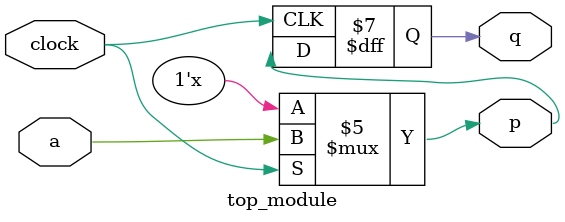
<source format=v>
module top_module (
    input clock,
    input a,
    output p,
    output q );
    always @(*) begin
        if(clock==1)
            p = a;
    end
    
    always @(negedge clock) begin
            q <= p;
    end
            
 

endmodule

</source>
